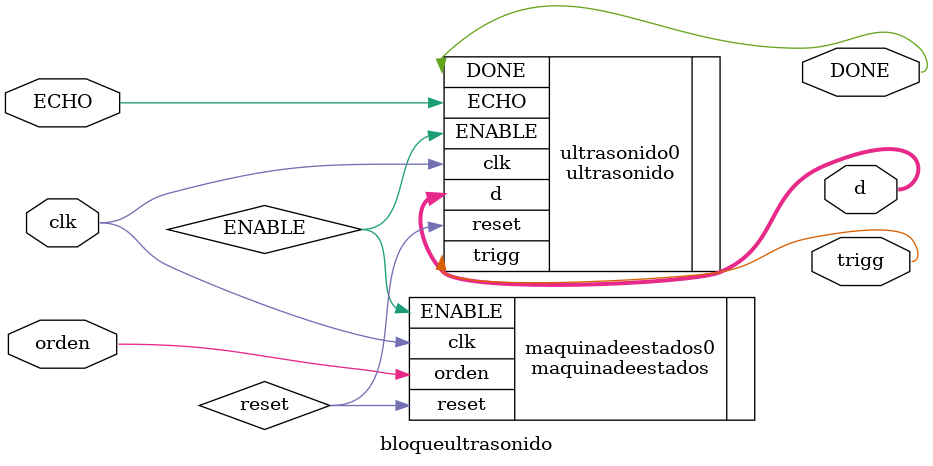
<source format=v>
module	bloqueultrasonido	(
					output	[7:0]	d,
					output 		trigg,
					output 		DONE,
					input		clk,
          input		orden,
					input 		ECHO
				);
maquinadeestados		maquinadeestados0	(
								.orden	(		orden		),
								.clk	(		clk		),
								.ENABLE	(		ENABLE		),
								.reset	(		reset		)
							);
ultrasonido			ultrasonido0		(
								.clk	(		clk		),
								.ENABLE	(		ENABLE		),
								.reset	(		reset		),
								.ECHO	(		ECHO		),
								.d	(		d		),
								.trigg	(		trigg		),
								.DONE	(		DONE		)
							);
endmodule

</source>
